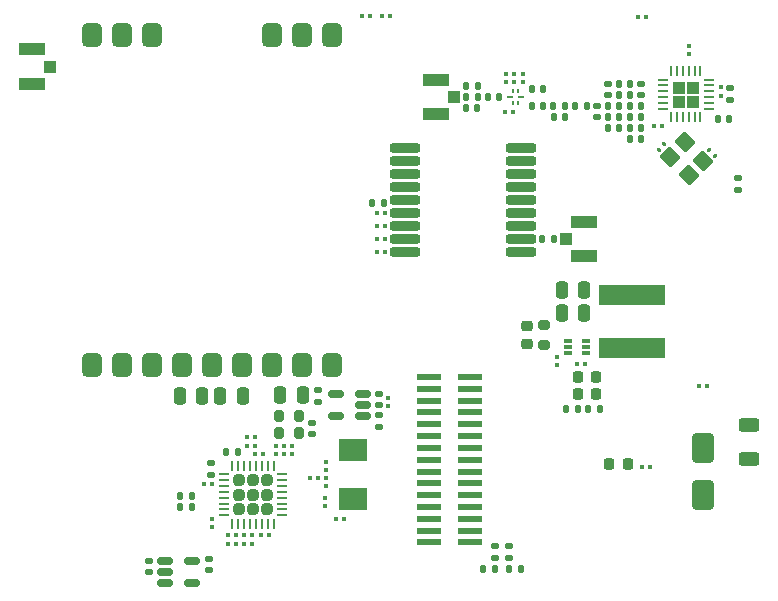
<source format=gbr>
%TF.GenerationSoftware,KiCad,Pcbnew,7.0.2-0*%
%TF.CreationDate,2024-01-28T21:47:35-03:30*%
%TF.ProjectId,ground-station,67726f75-6e64-42d7-9374-6174696f6e2e,rev?*%
%TF.SameCoordinates,Original*%
%TF.FileFunction,Paste,Top*%
%TF.FilePolarity,Positive*%
%FSLAX46Y46*%
G04 Gerber Fmt 4.6, Leading zero omitted, Abs format (unit mm)*
G04 Created by KiCad (PCBNEW 7.0.2-0) date 2024-01-28 21:47:35*
%MOMM*%
%LPD*%
G01*
G04 APERTURE LIST*
G04 Aperture macros list*
%AMRoundRect*
0 Rectangle with rounded corners*
0 $1 Rounding radius*
0 $2 $3 $4 $5 $6 $7 $8 $9 X,Y pos of 4 corners*
0 Add a 4 corners polygon primitive as box body*
4,1,4,$2,$3,$4,$5,$6,$7,$8,$9,$2,$3,0*
0 Add four circle primitives for the rounded corners*
1,1,$1+$1,$2,$3*
1,1,$1+$1,$4,$5*
1,1,$1+$1,$6,$7*
1,1,$1+$1,$8,$9*
0 Add four rect primitives between the rounded corners*
20,1,$1+$1,$2,$3,$4,$5,0*
20,1,$1+$1,$4,$5,$6,$7,0*
20,1,$1+$1,$6,$7,$8,$9,0*
20,1,$1+$1,$8,$9,$2,$3,0*%
G04 Aperture macros list end*
%ADD10C,0.010000*%
%ADD11R,2.400000X1.900000*%
%ADD12RoundRect,0.250000X-0.250000X-0.475000X0.250000X-0.475000X0.250000X0.475000X-0.250000X0.475000X0*%
%ADD13R,5.700000X1.700000*%
%ADD14RoundRect,0.135000X0.185000X-0.135000X0.185000X0.135000X-0.185000X0.135000X-0.185000X-0.135000X0*%
%ADD15RoundRect,0.140000X-0.140000X-0.170000X0.140000X-0.170000X0.140000X0.170000X-0.140000X0.170000X0*%
%ADD16RoundRect,0.079500X-0.100500X0.079500X-0.100500X-0.079500X0.100500X-0.079500X0.100500X0.079500X0*%
%ADD17RoundRect,0.225000X0.250000X-0.225000X0.250000X0.225000X-0.250000X0.225000X-0.250000X-0.225000X0*%
%ADD18RoundRect,0.140000X0.140000X0.170000X-0.140000X0.170000X-0.140000X-0.170000X0.140000X-0.170000X0*%
%ADD19RoundRect,0.079500X-0.079500X-0.100500X0.079500X-0.100500X0.079500X0.100500X-0.079500X0.100500X0*%
%ADD20RoundRect,0.200000X-0.200000X-0.275000X0.200000X-0.275000X0.200000X0.275000X-0.200000X0.275000X0*%
%ADD21R,0.260000X0.840000*%
%ADD22R,0.840000X0.260000*%
%ADD23RoundRect,0.120000X-0.749533X0.070711X0.070711X-0.749533X0.749533X-0.070711X-0.070711X0.749533X0*%
%ADD24RoundRect,0.135000X-0.135000X-0.185000X0.135000X-0.185000X0.135000X0.185000X-0.135000X0.185000X0*%
%ADD25RoundRect,0.250000X0.250000X0.475000X-0.250000X0.475000X-0.250000X-0.475000X0.250000X-0.475000X0*%
%ADD26RoundRect,0.079500X0.079500X0.100500X-0.079500X0.100500X-0.079500X-0.100500X0.079500X-0.100500X0*%
%ADD27RoundRect,0.147500X0.147500X0.172500X-0.147500X0.172500X-0.147500X-0.172500X0.147500X-0.172500X0*%
%ADD28RoundRect,0.140000X0.170000X-0.140000X0.170000X0.140000X-0.170000X0.140000X-0.170000X-0.140000X0*%
%ADD29RoundRect,0.225000X0.225000X0.250000X-0.225000X0.250000X-0.225000X-0.250000X0.225000X-0.250000X0*%
%ADD30RoundRect,0.140000X-0.170000X0.140000X-0.170000X-0.140000X0.170000X-0.140000X0.170000X0.140000X0*%
%ADD31RoundRect,0.135000X0.135000X0.185000X-0.135000X0.185000X-0.135000X-0.185000X0.135000X-0.185000X0*%
%ADD32RoundRect,0.079500X0.100500X-0.079500X0.100500X0.079500X-0.100500X0.079500X-0.100500X-0.079500X0*%
%ADD33RoundRect,0.147500X-0.147500X-0.172500X0.147500X-0.172500X0.147500X0.172500X-0.147500X0.172500X0*%
%ADD34RoundRect,0.135000X-0.185000X0.135000X-0.185000X-0.135000X0.185000X-0.135000X0.185000X0.135000X0*%
%ADD35RoundRect,0.200000X-1.070000X-0.200000X1.070000X-0.200000X1.070000X0.200000X-1.070000X0.200000X0*%
%ADD36RoundRect,0.200000X0.200000X0.275000X-0.200000X0.275000X-0.200000X-0.275000X0.200000X-0.275000X0*%
%ADD37R,2.000000X0.600000*%
%ADD38RoundRect,0.147500X0.172500X-0.147500X0.172500X0.147500X-0.172500X0.147500X-0.172500X-0.147500X0*%
%ADD39R,0.150000X0.330000*%
%ADD40R,0.510000X0.200000*%
%ADD41RoundRect,0.150000X-0.512500X-0.150000X0.512500X-0.150000X0.512500X0.150000X-0.512500X0.150000X0*%
%ADD42RoundRect,0.425000X-0.425000X0.575000X-0.425000X-0.575000X0.425000X-0.575000X0.425000X0.575000X0*%
%ADD43RoundRect,0.242500X0.242500X-0.242500X0.242500X0.242500X-0.242500X0.242500X-0.242500X-0.242500X0*%
%ADD44RoundRect,0.062500X0.062500X-0.337500X0.062500X0.337500X-0.062500X0.337500X-0.062500X-0.337500X0*%
%ADD45RoundRect,0.062500X0.337500X-0.062500X0.337500X0.062500X-0.337500X0.062500X-0.337500X-0.062500X0*%
%ADD46RoundRect,0.079500X-0.014849X0.127279X-0.127279X0.014849X0.014849X-0.127279X0.127279X-0.014849X0*%
%ADD47RoundRect,0.150000X0.512500X0.150000X-0.512500X0.150000X-0.512500X-0.150000X0.512500X-0.150000X0*%
%ADD48RoundRect,0.250000X0.625000X-0.312500X0.625000X0.312500X-0.625000X0.312500X-0.625000X-0.312500X0*%
%ADD49RoundRect,0.200000X-0.275000X0.200000X-0.275000X-0.200000X0.275000X-0.200000X0.275000X0.200000X0*%
%ADD50R,0.700000X0.340000*%
%ADD51R,1.050000X1.000000*%
%ADD52R,2.200000X1.050000*%
%ADD53RoundRect,0.079500X-0.127279X-0.014849X-0.014849X-0.127279X0.127279X0.014849X0.014849X0.127279X0*%
%ADD54RoundRect,0.250000X0.650000X-1.000000X0.650000X1.000000X-0.650000X1.000000X-0.650000X-1.000000X0*%
G04 APERTURE END LIST*
%TO.C,U201*%
D10*
X158135000Y-81045000D02*
X157215000Y-81045000D01*
X157215000Y-80125000D01*
X158135000Y-80125000D01*
X158135000Y-81045000D01*
G36*
X158135000Y-81045000D02*
G01*
X157215000Y-81045000D01*
X157215000Y-80125000D01*
X158135000Y-80125000D01*
X158135000Y-81045000D01*
G37*
X159305000Y-81045000D02*
X158385000Y-81045000D01*
X158385000Y-80125000D01*
X159305000Y-80125000D01*
X159305000Y-81045000D01*
G36*
X159305000Y-81045000D02*
G01*
X158385000Y-81045000D01*
X158385000Y-80125000D01*
X159305000Y-80125000D01*
X159305000Y-81045000D01*
G37*
X158135000Y-79875000D02*
X157215000Y-79875000D01*
X157215000Y-78955000D01*
X158135000Y-78955000D01*
X158135000Y-79875000D01*
G36*
X158135000Y-79875000D02*
G01*
X157215000Y-79875000D01*
X157215000Y-78955000D01*
X158135000Y-78955000D01*
X158135000Y-79875000D01*
G37*
X159305000Y-79875000D02*
X158385000Y-79875000D01*
X158385000Y-78955000D01*
X159305000Y-78955000D01*
X159305000Y-79875000D01*
G36*
X159305000Y-79875000D02*
G01*
X158385000Y-79875000D01*
X158385000Y-78955000D01*
X159305000Y-78955000D01*
X159305000Y-79875000D01*
G37*
%TD*%
D11*
%TO.C,Y601*%
X130080000Y-110160000D03*
X130080000Y-114260000D03*
%TD*%
D12*
%TO.C,C203*%
X123920000Y-105480000D03*
X125820000Y-105480000D03*
%TD*%
D13*
%TO.C,L4*%
X153680000Y-101500000D03*
X153680000Y-97000000D03*
%TD*%
D14*
%TO.C,R1*%
X162650000Y-88120000D03*
X162650000Y-87100000D03*
%TD*%
D15*
%TO.C,C222*%
X148910000Y-80990000D03*
X149870000Y-80990000D03*
%TD*%
D16*
%TO.C,C210*%
X161230000Y-79415000D03*
X161230000Y-80105000D03*
%TD*%
D17*
%TO.C,C2*%
X144830000Y-101145000D03*
X144830000Y-99595000D03*
%TD*%
D18*
%TO.C,C216*%
X153570000Y-79130000D03*
X152610000Y-79130000D03*
%TD*%
D16*
%TO.C,C602*%
X127820000Y-111105000D03*
X127820000Y-111795000D03*
%TD*%
D19*
%TO.C,R203*%
X154245000Y-73440000D03*
X154935000Y-73440000D03*
%TD*%
D20*
%TO.C,R5*%
X123845000Y-108670000D03*
X125495000Y-108670000D03*
%TD*%
D18*
%TO.C,C215*%
X154475000Y-82870000D03*
X153515000Y-82870000D03*
%TD*%
%TO.C,C208*%
X132700000Y-89210000D03*
X131740000Y-89210000D03*
%TD*%
D14*
%TO.C,R25*%
X142090000Y-119270000D03*
X142090000Y-118250000D03*
%TD*%
D18*
%TO.C,C223*%
X148030000Y-81920000D03*
X147070000Y-81920000D03*
%TD*%
D21*
%TO.C,U201*%
X157010000Y-81945000D03*
X157510000Y-81945000D03*
X158010000Y-81945000D03*
X158510000Y-81945000D03*
X159010000Y-81945000D03*
X159510000Y-81945000D03*
D22*
X160205000Y-81250000D03*
X160205000Y-80750000D03*
X160205000Y-80250000D03*
X160205000Y-79750000D03*
X160205000Y-79250000D03*
X160205000Y-78750000D03*
D21*
X159510000Y-78055000D03*
X159010000Y-78055000D03*
X158510000Y-78055000D03*
X158010000Y-78055000D03*
X157510000Y-78055000D03*
X157010000Y-78055000D03*
D22*
X156315000Y-78750000D03*
X156315000Y-79250000D03*
X156315000Y-79750000D03*
X156315000Y-80250000D03*
X156315000Y-80750000D03*
X156315000Y-81250000D03*
%TD*%
D23*
%TO.C,Y201*%
X156971142Y-85283223D03*
X158526777Y-86838858D03*
X159728859Y-85636776D03*
X158173224Y-84081142D03*
%TD*%
D24*
%TO.C,R28*%
X115470000Y-114030000D03*
X116490000Y-114030000D03*
%TD*%
D25*
%TO.C,C33*%
X149680000Y-98540000D03*
X147780000Y-98540000D03*
%TD*%
D26*
%TO.C,C612*%
X120175000Y-117350000D03*
X119485000Y-117350000D03*
%TD*%
D27*
%TO.C,L206*%
X140645000Y-80220000D03*
X139675000Y-80220000D03*
%TD*%
D26*
%TO.C,C611*%
X120175000Y-118050000D03*
X119485000Y-118050000D03*
%TD*%
%TO.C,C27*%
X149720000Y-102860000D03*
X149030000Y-102860000D03*
%TD*%
D28*
%TO.C,C221*%
X150760000Y-81960000D03*
X150760000Y-81000000D03*
%TD*%
D26*
%TO.C,C231*%
X156230000Y-82700000D03*
X155540000Y-82700000D03*
%TD*%
D15*
%TO.C,C224*%
X145230000Y-80980000D03*
X146190000Y-80980000D03*
%TD*%
D29*
%TO.C,C25*%
X150690000Y-103940000D03*
X149140000Y-103940000D03*
%TD*%
D26*
%TO.C,C207*%
X132775000Y-90060000D03*
X132085000Y-90060000D03*
%TD*%
%TO.C,R205*%
X132805000Y-93360000D03*
X132115000Y-93360000D03*
%TD*%
D19*
%TO.C,C613*%
X120885000Y-117350000D03*
X121575000Y-117350000D03*
%TD*%
D30*
%TO.C,C606*%
X112830000Y-119490000D03*
X112830000Y-120450000D03*
%TD*%
D24*
%TO.C,R6*%
X119320000Y-110330000D03*
X120340000Y-110330000D03*
%TD*%
D31*
%TO.C,R23*%
X142090000Y-120220000D03*
X141070000Y-120220000D03*
%TD*%
D32*
%TO.C,C616*%
X127730000Y-114835000D03*
X127730000Y-114145000D03*
%TD*%
D33*
%TO.C,L201*%
X153530000Y-81000000D03*
X154500000Y-81000000D03*
%TD*%
D28*
%TO.C,C607*%
X126620000Y-108760000D03*
X126620000Y-107800000D03*
%TD*%
D15*
%TO.C,C228*%
X141520000Y-80220000D03*
X142480000Y-80220000D03*
%TD*%
D30*
%TO.C,C610*%
X132282500Y-105370000D03*
X132282500Y-106330000D03*
%TD*%
D15*
%TO.C,C217*%
X152610000Y-80070000D03*
X153570000Y-80070000D03*
%TD*%
D26*
%TO.C,C226*%
X144445000Y-78970000D03*
X143755000Y-78970000D03*
%TD*%
D18*
%TO.C,C220*%
X152650000Y-81930000D03*
X151690000Y-81930000D03*
%TD*%
D14*
%TO.C,R26*%
X143310000Y-119270000D03*
X143310000Y-118250000D03*
%TD*%
D32*
%TO.C,C618*%
X124940000Y-110445000D03*
X124940000Y-109755000D03*
%TD*%
D34*
%TO.C,R22*%
X118070000Y-111220000D03*
X118070000Y-112240000D03*
%TD*%
D26*
%TO.C,C205*%
X132805000Y-92260000D03*
X132115000Y-92260000D03*
%TD*%
D32*
%TO.C,C617*%
X124240000Y-110445000D03*
X124240000Y-109755000D03*
%TD*%
D35*
%TO.C,U203*%
X134460000Y-84560000D03*
X134460000Y-85660000D03*
X134460000Y-86760000D03*
X134460000Y-87860000D03*
X134460000Y-88960000D03*
X134460000Y-90060000D03*
X134460000Y-91160000D03*
X134460000Y-92260000D03*
X134460000Y-93360000D03*
X144360000Y-93360000D03*
X144360000Y-92260000D03*
X144360000Y-91160000D03*
X144360000Y-90060000D03*
X144360000Y-88960000D03*
X144360000Y-87860000D03*
X144360000Y-86760000D03*
X144360000Y-85660000D03*
X144360000Y-84560000D03*
%TD*%
D36*
%TO.C,R4*%
X125495000Y-107210000D03*
X123845000Y-107210000D03*
%TD*%
D30*
%TO.C,C218*%
X151720000Y-79140000D03*
X151720000Y-80100000D03*
%TD*%
D19*
%TO.C,C614*%
X120885000Y-118050000D03*
X121575000Y-118050000D03*
%TD*%
%TO.C,R301*%
X122285000Y-117350000D03*
X122975000Y-117350000D03*
%TD*%
D29*
%TO.C,C23*%
X153350000Y-111280000D03*
X151800000Y-111280000D03*
%TD*%
D15*
%TO.C,C204*%
X161000000Y-82090000D03*
X161960000Y-82090000D03*
%TD*%
D34*
%TO.C,R208*%
X127090000Y-105030000D03*
X127090000Y-106050000D03*
%TD*%
D27*
%TO.C,L205*%
X148035000Y-80990000D03*
X147065000Y-80990000D03*
%TD*%
D25*
%TO.C,C34*%
X149680000Y-96580000D03*
X147780000Y-96580000D03*
%TD*%
D26*
%TO.C,R605*%
X118185000Y-113020000D03*
X117495000Y-113020000D03*
%TD*%
D37*
%TO.C,J102*%
X140010000Y-117940000D03*
X136510000Y-117940000D03*
X140010000Y-116940000D03*
X136510000Y-116940000D03*
X140010000Y-115940000D03*
X136510000Y-115940000D03*
X140010000Y-114940000D03*
X136510000Y-114940000D03*
X140010000Y-113940000D03*
X136510000Y-113940000D03*
X140010000Y-112940000D03*
X136510000Y-112940000D03*
X140010000Y-111940000D03*
X136510000Y-111940000D03*
X140010000Y-110940000D03*
X136510000Y-110940000D03*
X140010000Y-109940000D03*
X136510000Y-109940000D03*
X140010000Y-108940000D03*
X136510000Y-108940000D03*
X140010000Y-107940000D03*
X136510000Y-107940000D03*
X140010000Y-106940000D03*
X136510000Y-106940000D03*
X140010000Y-105940000D03*
X136510000Y-105940000D03*
X140010000Y-104940000D03*
X136510000Y-104940000D03*
X140010000Y-103940000D03*
X136510000Y-103940000D03*
%TD*%
D30*
%TO.C,C211*%
X162040000Y-79490000D03*
X162040000Y-80450000D03*
%TD*%
D26*
%TO.C,R603*%
X127105000Y-112520000D03*
X126415000Y-112520000D03*
%TD*%
D38*
%TO.C,L203*%
X154475000Y-80085000D03*
X154475000Y-79115000D03*
%TD*%
D30*
%TO.C,C608*%
X117862500Y-119320000D03*
X117862500Y-120280000D03*
%TD*%
D15*
%TO.C,C229*%
X139690000Y-79290000D03*
X140650000Y-79290000D03*
%TD*%
D39*
%TO.C,U204*%
X143600000Y-80705000D03*
X144100000Y-80705000D03*
D40*
X144280000Y-80220000D03*
D39*
X144100000Y-79735000D03*
X143600000Y-79735000D03*
D40*
X143420000Y-80220000D03*
%TD*%
D19*
%TO.C,C615*%
X128645000Y-116000000D03*
X129335000Y-116000000D03*
%TD*%
D16*
%TO.C,C3*%
X123540000Y-109755000D03*
X123540000Y-110445000D03*
%TD*%
D18*
%TO.C,C230*%
X140630000Y-81160000D03*
X139670000Y-81160000D03*
%TD*%
D29*
%TO.C,C26*%
X150690000Y-105410000D03*
X149140000Y-105410000D03*
%TD*%
D26*
%TO.C,R206*%
X144445000Y-78270000D03*
X143755000Y-78270000D03*
%TD*%
D41*
%TO.C,U602*%
X114212500Y-119490000D03*
X114212500Y-120440000D03*
X114212500Y-121390000D03*
X116487500Y-121390000D03*
X116487500Y-119490000D03*
%TD*%
D42*
%TO.C,U202*%
X128300000Y-102950000D03*
X125760000Y-102950000D03*
X123220000Y-102950000D03*
X120680000Y-102950000D03*
X118140000Y-102950000D03*
X115600000Y-102950000D03*
X113060000Y-102950000D03*
X110520000Y-102950000D03*
X107980000Y-102950000D03*
X113060000Y-74950000D03*
X110520000Y-74950000D03*
X107980000Y-74950000D03*
X128300000Y-74950000D03*
X125760000Y-74950000D03*
X123220000Y-74950000D03*
%TD*%
D19*
%TO.C,C620*%
X121125000Y-109050000D03*
X121815000Y-109050000D03*
%TD*%
D15*
%TO.C,C209*%
X146120000Y-92260000D03*
X147080000Y-92260000D03*
%TD*%
D32*
%TO.C,R201*%
X158510000Y-76575000D03*
X158510000Y-75885000D03*
%TD*%
D18*
%TO.C,C213*%
X154475000Y-83790000D03*
X153515000Y-83790000D03*
%TD*%
D43*
%TO.C,U601*%
X120440000Y-115100000D03*
X121640000Y-115100000D03*
X122840000Y-115100000D03*
X120440000Y-113900000D03*
X121640000Y-113900000D03*
X122840000Y-113900000D03*
X120440000Y-112700000D03*
X121640000Y-112700000D03*
X122840000Y-112700000D03*
D44*
X119890000Y-116350000D03*
X120390000Y-116350000D03*
X120890000Y-116350000D03*
X121390000Y-116350000D03*
X121890000Y-116350000D03*
X122390000Y-116350000D03*
X122890000Y-116350000D03*
X123390000Y-116350000D03*
D45*
X124090000Y-115650000D03*
X124090000Y-115150000D03*
X124090000Y-114650000D03*
X124090000Y-114150000D03*
X124090000Y-113650000D03*
X124090000Y-113150000D03*
X124090000Y-112650000D03*
X124090000Y-112150000D03*
D44*
X123390000Y-111450000D03*
X122890000Y-111450000D03*
X122390000Y-111450000D03*
X121890000Y-111450000D03*
X121390000Y-111450000D03*
X120890000Y-111450000D03*
X120390000Y-111450000D03*
X119890000Y-111450000D03*
D45*
X119190000Y-112150000D03*
X119190000Y-112650000D03*
X119190000Y-113150000D03*
X119190000Y-113650000D03*
X119190000Y-114150000D03*
X119190000Y-114650000D03*
X119190000Y-115150000D03*
X119190000Y-115650000D03*
%TD*%
D31*
%TO.C,R2*%
X150970000Y-106620000D03*
X149950000Y-106620000D03*
%TD*%
D24*
%TO.C,R24*%
X143300000Y-120220000D03*
X144320000Y-120220000D03*
%TD*%
D30*
%TO.C,C605*%
X132290000Y-107190000D03*
X132290000Y-108150000D03*
%TD*%
D31*
%TO.C,R7*%
X149110000Y-106620000D03*
X148090000Y-106620000D03*
%TD*%
D46*
%TO.C,C214*%
X156453186Y-84220795D03*
X155965282Y-84708699D03*
%TD*%
D47*
%TO.C,U603*%
X130910000Y-107280000D03*
X130910000Y-106330000D03*
X130910000Y-105380000D03*
X128635000Y-105380000D03*
X128635000Y-107280000D03*
%TD*%
D16*
%TO.C,R9*%
X147350000Y-102215000D03*
X147350000Y-102905000D03*
%TD*%
%TO.C,R207*%
X143040000Y-78270000D03*
X143040000Y-78960000D03*
%TD*%
D19*
%TO.C,R202*%
X132545000Y-73400000D03*
X133235000Y-73400000D03*
%TD*%
D16*
%TO.C,R604*%
X118190000Y-115960000D03*
X118190000Y-116650000D03*
%TD*%
D48*
%TO.C,R3*%
X163620000Y-110902500D03*
X163620000Y-107977500D03*
%TD*%
D19*
%TO.C,C619*%
X121125000Y-109750000D03*
X121815000Y-109750000D03*
%TD*%
D15*
%TO.C,C225*%
X145260000Y-79530000D03*
X146220000Y-79530000D03*
%TD*%
D26*
%TO.C,C206*%
X132805000Y-91160000D03*
X132115000Y-91160000D03*
%TD*%
D49*
%TO.C,R8*%
X146290000Y-99545000D03*
X146290000Y-101195000D03*
%TD*%
D50*
%TO.C,U3*%
X149820000Y-101900000D03*
X149820000Y-101400000D03*
X149820000Y-100900000D03*
X148320000Y-100900000D03*
X148320000Y-101400000D03*
X148320000Y-101900000D03*
%TD*%
D18*
%TO.C,C219*%
X152650000Y-82860000D03*
X151690000Y-82860000D03*
%TD*%
D33*
%TO.C,L202*%
X153530000Y-81940000D03*
X154500000Y-81940000D03*
%TD*%
D24*
%TO.C,R27*%
X115470000Y-114970000D03*
X116490000Y-114970000D03*
%TD*%
D32*
%TO.C,C603*%
X127820000Y-113195000D03*
X127820000Y-112505000D03*
%TD*%
D51*
%TO.C,J203*%
X138655000Y-80230000D03*
D52*
X137130000Y-81705000D03*
X137130000Y-78755000D03*
%TD*%
D25*
%TO.C,C202*%
X117330000Y-105510000D03*
X115430000Y-105510000D03*
%TD*%
D19*
%TO.C,R204*%
X130875000Y-73370000D03*
X131565000Y-73370000D03*
%TD*%
%TO.C,C1*%
X159365000Y-104710000D03*
X160055000Y-104710000D03*
%TD*%
D32*
%TO.C,R606*%
X133092500Y-106405000D03*
X133092500Y-105715000D03*
%TD*%
D27*
%TO.C,L204*%
X152635000Y-81000000D03*
X151665000Y-81000000D03*
%TD*%
D51*
%TO.C,J202*%
X148100000Y-92260000D03*
D52*
X149625000Y-90785000D03*
X149625000Y-93735000D03*
%TD*%
D53*
%TO.C,C212*%
X160229136Y-84722841D03*
X160717040Y-85210745D03*
%TD*%
D54*
%TO.C,D401*%
X159750000Y-113910000D03*
X159750000Y-109910000D03*
%TD*%
D26*
%TO.C,C227*%
X143625000Y-81500000D03*
X142935000Y-81500000D03*
%TD*%
%TO.C,C604*%
X122515000Y-110450000D03*
X121825000Y-110450000D03*
%TD*%
D19*
%TO.C,C24*%
X154545000Y-111550000D03*
X155235000Y-111550000D03*
%TD*%
D12*
%TO.C,C201*%
X118850000Y-105510000D03*
X120750000Y-105510000D03*
%TD*%
D51*
%TO.C,J201*%
X104400000Y-77670000D03*
D52*
X102875000Y-79145000D03*
X102875000Y-76195000D03*
%TD*%
M02*

</source>
